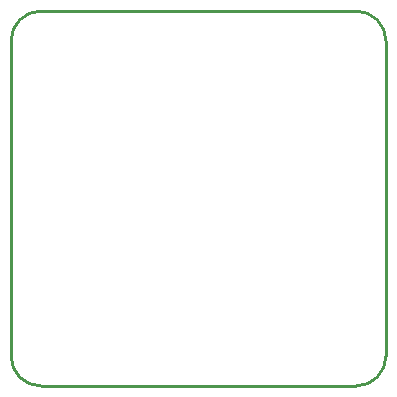
<source format=gko>
%FSLAX24Y24*%
%MOIN*%
G70*
G01*
G75*
G04 Layer_Color=32768*
%ADD10R,0.0710X0.0300*%
%ADD11R,0.1024X0.0787*%
%ADD12R,0.0532X0.0157*%
%ADD13R,0.0748X0.0630*%
%ADD14R,0.0748X0.0472*%
%ADD15R,0.0787X0.0827*%
%ADD16R,0.0150X0.0200*%
%ADD17R,0.0291X0.0728*%
%ADD18R,0.0787X0.0157*%
%ADD19R,0.0118X0.0472*%
%ADD20R,0.0472X0.0118*%
%ADD21R,0.0236X0.0098*%
%ADD22R,0.0295X0.0472*%
%ADD23R,0.0200X0.0150*%
%ADD24R,0.0300X0.0250*%
%ADD25R,0.0335X0.0138*%
%ADD26R,0.0138X0.0315*%
%ADD27R,0.0250X0.0300*%
%ADD28R,0.0118X0.0165*%
%ADD29R,0.0165X0.0118*%
%ADD30C,0.0100*%
%ADD31C,0.0120*%
%ADD32C,0.0050*%
%ADD33C,0.0060*%
%ADD34C,0.0140*%
%ADD35C,0.0080*%
%ADD36C,0.0098*%
%ADD37C,0.0160*%
%ADD38C,0.0433*%
%ADD39C,0.0591*%
%ADD40R,0.0591X0.0591*%
%ADD41C,0.0354*%
%ADD42C,0.1250*%
%ADD43C,0.0180*%
%ADD44C,0.0200*%
%ADD45C,0.0300*%
%ADD46R,0.1120X0.1120*%
%ADD47C,0.0787*%
%ADD48C,0.0059*%
%ADD49R,0.0760X0.0350*%
%ADD50R,0.1074X0.0837*%
%ADD51R,0.0582X0.0207*%
%ADD52R,0.0798X0.0680*%
%ADD53R,0.0798X0.0522*%
%ADD54R,0.0837X0.0877*%
%ADD55R,0.0200X0.0250*%
%ADD56R,0.0341X0.0778*%
%ADD57R,0.0837X0.0207*%
%ADD58R,0.0168X0.0522*%
%ADD59R,0.0522X0.0168*%
%ADD60R,0.0286X0.0148*%
%ADD61R,0.0345X0.0522*%
%ADD62R,0.0190X0.0240*%
%ADD63R,0.0250X0.0200*%
%ADD64R,0.0350X0.0300*%
%ADD65R,0.0375X0.0178*%
%ADD66R,0.0178X0.0355*%
%ADD67R,0.0300X0.0350*%
%ADD68R,0.0158X0.0206*%
%ADD69R,0.0206X0.0158*%
%ADD70C,0.0483*%
%ADD71C,0.0651*%
%ADD72R,0.0651X0.0651*%
%ADD73C,0.0414*%
%ADD74C,0.1330*%
%ADD75C,0.0837*%
%ADD76C,0.0070*%
D30*
X31500Y40000D02*
G03*
X32500Y41000I0J1000D01*
G01*
Y51500D02*
G03*
X31500Y52500I-1000J0D01*
G01*
X21000D02*
G03*
X20000Y51500I0J-1000D01*
G01*
Y41000D02*
G03*
X21000Y40000I1000J0D01*
G01*
Y52500D02*
X31500D01*
X32500Y41000D02*
Y51500D01*
X21000Y40000D02*
X31500D01*
X20000Y41000D02*
Y51500D01*
M02*

</source>
